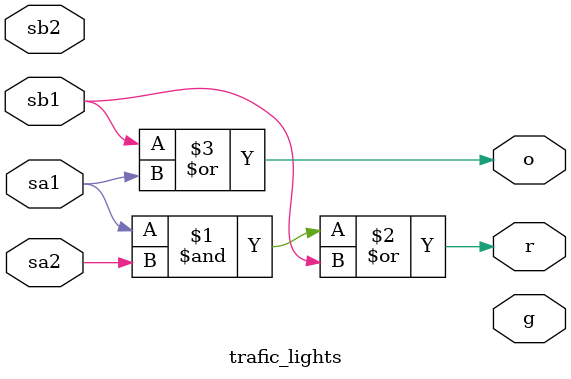
<source format=v>
module trafic_lights(sa1, sa2, sb1, sb2,r,o,g);
input sa1;
input sa2;
input sb1;
input sb2;
output r;
output o;
output g;


assign r = (sa1 & sa2) | sb1;
assign o = sb1 | sa1;


endmodule
</source>
